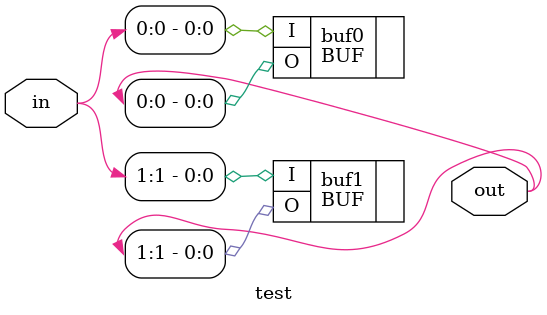
<source format=v>
module test(in, out);
    input [1:0] in;
    output [1:0] out;

    BUF buf1 (.I(in[1]), .O(out[1]));
    BUF buf0 (.I(in[0]), .O(out[0]));
endmodule

</source>
